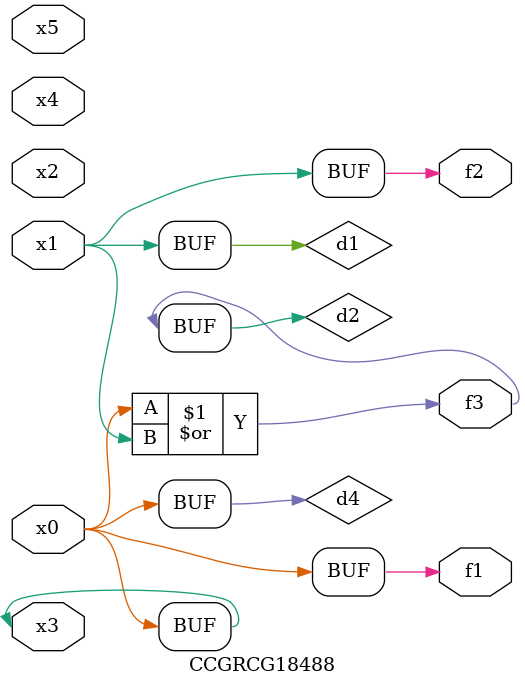
<source format=v>
module CCGRCG18488(
	input x0, x1, x2, x3, x4, x5,
	output f1, f2, f3
);

	wire d1, d2, d3, d4;

	and (d1, x1);
	or (d2, x0, x1);
	nand (d3, x0, x5);
	buf (d4, x0, x3);
	assign f1 = d4;
	assign f2 = d1;
	assign f3 = d2;
endmodule

</source>
